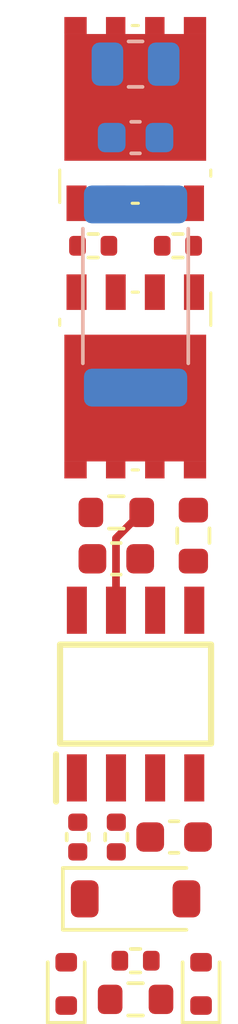
<source format=kicad_pcb>
(kicad_pcb (version 20241229) (generator "pcbnew") (generator_version "9.0")
  (layers (0 "F.Cu" signal) (2 "B.Cu" signal) (13 "F.Paste" user) (15 "B.Paste" user) (5 "F.SilkS" user "F.Silkscreen") (7 "B.SilkS" user "B.Silkscreen") (1 "F.Mask" user) (3 "B.Mask" user) (25 "Edge.Cuts" user))
  (net 0 "")
  (net 1 "U1.BOOT")
  (net 2 "VPLUS")
  (net 3 "HI_GATE")
  (net 4 "LO_GATE")
  (net 5 "D_BEMF")
  (net 6 "RC_NODE")
  (net 7 "LVG")
  (net 8 "TIM_CHN")
  (net 9 "BEMF")
  (net 10 "HVG")
  (net 11 "GND")
  (net 12 "V3V3")
  (net 13 "TIM_CHP")
  (net 14 "VCC")
  (net 15 "VSHUNTP")
  (net 16 "GPIO_BEMF")
  (net 17 "PHASEOUT")
  (footprint "C_0603_1608Metric:C_0603_1608Metric" (layer "F.Cu") (at 161.125 115.625)
    (property "Reference" "C5" (hide yes))
    (property "Value" "470nF 16V" (hide yes))
    (fp_line (start -0.14058 -0.51) (end 0.14058 -0.51) (stroke (width 0.12)) (layer "F.SilkS"))
    (fp_line (start -0.14058 0.51) (end 0.14058 0.51) (stroke (width 0.12)) (layer "F.SilkS"))
    (pad "1" smd roundrect (at -0.775 0) (size 0.9 0.95) (layers "F.Cu" "F.Mask" "F.Paste") (net 14 "VCC"))
    (pad "2" smd roundrect (at 0.775 0) (size 0.9 0.95) (layers "F.Cu" "F.Mask" "F.Paste") (net 11 "GND"))
  )
  (footprint "C_0402_1005Metric:C_0402_1005Metric" (layer "F.Cu") (at 159.25 115.625 -90)
    (property "Reference" "C3" (hide yes))
    (property "Value" "100pF 10V" (hide yes))
    (fp_line (start -0.107836 0.36) (end 0.107836 0.36) (stroke (width 0.12)) (layer "F.SilkS"))
    (fp_line (start -0.107836 -0.36) (end 0.107836 -0.36) (stroke (width 0.12)) (layer "F.SilkS"))
    (pad "1" smd roundrect (at -0.48 0 270) (size 0.56 0.62) (layers "F.Cu" "F.Mask" "F.Paste") (net 13 "TIM_CHP"))
    (pad "2" smd roundrect (at 0.48 0 270) (size 0.56 0.62) (layers "F.Cu" "F.Mask" "F.Paste") (net 11 "GND"))
  )
  (footprint "R_0402_1005Metric:R_0402_1005Metric" (layer "F.Cu") (at 161.25 96.5 180)
    (property "Reference" "R5" (hide yes))
    (property "Value" "10k" (hide yes))
    (fp_line (start -0.153641 0.38) (end 0.153641 0.38) (stroke (width 0.12)) (layer "F.SilkS"))
    (fp_line (start -0.153641 -0.38) (end 0.153641 -0.38) (stroke (width 0.12)) (layer "F.SilkS"))
    (pad "1" smd roundrect (at -0.51 0 180) (size 0.54 0.64) (layers "F.Cu" "F.Mask" "F.Paste") (net 4 "LO_GATE"))
    (pad "2" smd roundrect (at 0.51 0 180) (size 0.54 0.64) (layers "F.Cu" "F.Mask" "F.Paste") (net 15 "VSHUNTP"))
  )
  (footprint "SOIC127P600X175-8N:SOIC127P600X175-8N" (layer "F.Cu") (at 159.875 111 90)
    (property "Reference" "U3" (hide yes))
    (property "Value" "L6387ED" (hide yes))
    (fp_line (start -3.475 -2.58) (end -1.95 -2.58) (stroke (width 0.2)) (layer "F.SilkS"))
    (fp_line (start 1.6 -2.45) (end 1.6 2.45) (stroke (width 0.2)) (layer "F.SilkS"))
    (fp_line (start -1.6 -2.45) (end 1.6 -2.45) (stroke (width 0.2)) (layer "F.SilkS"))
    (fp_line (start 1.6 2.45) (end -1.6 2.45) (stroke (width 0.2)) (layer "F.SilkS"))
    (fp_line (start -1.6 2.45) (end -1.6 -2.45) (stroke (width 0.2)) (layer "F.SilkS"))
    (pad "1" smd rect (at -2.712 -1.905 180) (size 0.65 1.525) (layers "F.Cu" "F.Mask" "F.Paste") (net 8 "TIM_CHN"))
    (pad "2" smd rect (at -2.712 -0.635 180) (size 0.65 1.525) (layers "F.Cu" "F.Mask" "F.Paste") (net 13 "TIM_CHP"))
    (pad "3" smd rect (at -2.712 0.635 180) (size 0.65 1.525) (layers "F.Cu" "F.Mask" "F.Paste") (net 14 "VCC"))
    (pad "4" smd rect (at -2.712 1.905 180) (size 0.65 1.525) (layers "F.Cu" "F.Mask" "F.Paste") (net 11 "GND"))
    (pad "5" smd rect (at 2.712 1.905 180) (size 0.65 1.525) (layers "F.Cu" "F.Mask" "F.Paste") (net 7 "LVG"))
    (pad "6" smd rect (at 2.712 0.635 180) (size 0.65 1.525) (layers "F.Cu" "F.Mask" "F.Paste") (net 17 "PHASEOUT"))
    (pad "7" smd rect (at 2.712 -0.635 180) (size 0.65 1.525) (layers "F.Cu" "F.Mask" "F.Paste") (net 10 "HVG"))
    (pad "8" smd rect (at 2.712 -1.905 180) (size 0.65 1.525) (layers "F.Cu" "F.Mask" "F.Paste") (net 1 "U1.BOOT"))
  )
  (footprint "C_0603_1608Metric:C_0603_1608Metric" (layer "F.Cu") (at 159.25 106.625)
    (property "Reference" "C2" (hide yes))
    (property "Value" "1uF 25V" (hide yes))
    (fp_line (start -0.14058 -0.51) (end 0.14058 -0.51) (stroke (width 0.12)) (layer "F.SilkS"))
    (fp_line (start -0.14058 0.51) (end 0.14058 0.51) (stroke (width 0.12)) (layer "F.SilkS"))
    (pad "1" smd roundrect (at -0.775 0) (size 0.9 0.95) (layers "F.Cu" "F.Mask" "F.Paste") (net 1 "U1.BOOT"))
    (pad "2" smd roundrect (at 0.775 0) (size 0.9 0.95) (layers "F.Cu" "F.Mask" "F.Paste") (net 17 "PHASEOUT"))
  )
  (footprint "STL140N6F7:STL140N6F7" (layer "F.Cu") (at 159.865 92.25)
    (property "Reference" "U2" (hide yes))
    (property "Value" "STL180N6F7" (hide yes))
    (fp_line (start -2.45 1.8) (end -2.45 2.85) (stroke (width 0.1)) (layer "F.SilkS"))
    (fp_line (start -0.1 -2.875) (end 0.1 -2.875) (stroke (width 0.1)) (layer "F.SilkS"))
    (fp_line (start -0.1 2.875) (end 0.1 2.875) (stroke (width 0.1)) (layer "F.SilkS"))
    (fp_line (start 2.45 1.8) (end 2.45 2) (stroke (width 0.1)) (layer "F.SilkS"))
    (pad "1" smd rect (at -1.905 2.875) (size 0.65 1.15) (layers "F.Cu" "F.Mask" "F.Paste") (net 15 "VSHUNTP"))
    (pad "2" smd rect (at -0.635 2.875) (size 0.65 1.15) (layers "F.Cu" "F.Mask" "F.Paste") (net 15 "VSHUNTP"))
    (pad "3" smd rect (at 0.635 2.875) (size 0.65 1.15) (layers "F.Cu" "F.Mask" "F.Paste") (net 15 "VSHUNTP"))
    (pad "4" smd rect (at 1.905 2.875) (size 0.65 1.15) (layers "F.Cu" "F.Mask" "F.Paste") (net 4 "LO_GATE"))
    (pad "5" smd rect (at 1.938 -2.875 90) (size 0.55 0.725) (layers "F.Cu" "F.Mask" "F.Paste") (net 17 "PHASEOUT"))
    (pad "6" smd rect (at 0.635 -2.875 90) (size 0.55 0.63) (layers "F.Cu" "F.Mask" "F.Paste") (net 17 "PHASEOUT"))
    (pad "7" smd rect (at -0.635 -2.875 90) (size 0.55 0.63) (layers "F.Cu" "F.Mask" "F.Paste") (net 17 "PHASEOUT"))
    (pad "8" smd rect (at -1.938 -2.875 90) (size 0.55 0.725) (layers "F.Cu" "F.Mask" "F.Paste") (net 17 "PHASEOUT"))
    (pad "9" smd rect (at 0 -0.55 90) (size 4.1 4.6) (layers "F.Cu" "F.Mask" "F.Paste") (net 17 "PHASEOUT"))
  )
  (footprint "D_SOD-523:D_SOD-523" (layer "F.Cu") (at 157.625 120.375 90)
    (property "Reference" "D2" (hide yes))
    (property "Value" "BAT30KFILM" (hide yes))
    (fp_line (start 0.7 -0.6) (end -1.26 -0.6) (stroke (width 0.12)) (layer "F.SilkS"))
    (fp_line (start -1.26 -0.6) (end -1.26 0.6) (stroke (width 0.12)) (layer "F.SilkS"))
    (fp_line (start 0.7 0.6) (end -1.26 0.6) (stroke (width 0.12)) (layer "F.SilkS"))
    (pad "1" smd roundrect (at -0.7 0 270) (size 0.6 0.7) (layers "F.Cu" "F.Mask" "F.Paste") (net 12 "V3V3"))
    (pad "2" smd roundrect (at 0.7 0 270) (size 0.6 0.7) (layers "F.Cu" "F.Mask" "F.Paste") (net 9 "BEMF"))
  )
  (footprint "R_0603_1608Metric:R_0603_1608Metric" (layer "F.Cu") (at 159.25 105.125 180)
    (property "Reference" "R2" (hide yes))
    (property "Value" "33" (hide yes))
    (fp_line (start -0.237258 0.5225) (end 0.237258 0.5225) (stroke (width 0.12)) (layer "F.SilkS"))
    (fp_line (start -0.237258 -0.5225) (end 0.237258 -0.5225) (stroke (width 0.12)) (layer "F.SilkS"))
    (pad "1" smd roundrect (at -0.825 0 180) (size 0.8 0.95) (layers "F.Cu" "F.Mask" "F.Paste") (net 10 "HVG"))
    (pad "2" smd roundrect (at 0.825 0 180) (size 0.8 0.95) (layers "F.Cu" "F.Mask" "F.Paste") (net 3 "HI_GATE"))
  )
  (footprint "R_0402_1005Metric:R_0402_1005Metric" (layer "F.Cu") (at 158.5 96.5)
    (property "Reference" "R3" (hide yes))
    (property "Value" "10k" (hide yes))
    (fp_line (start -0.153641 -0.38) (end 0.153641 -0.38) (stroke (width 0.12)) (layer "F.SilkS"))
    (fp_line (start -0.153641 0.38) (end 0.153641 0.38) (stroke (width 0.12)) (layer "F.SilkS"))
    (pad "1" smd roundrect (at -0.51 0) (size 0.54 0.64) (layers "F.Cu" "F.Mask" "F.Paste") (net 3 "HI_GATE"))
    (pad "2" smd roundrect (at 0.51 0) (size 0.54 0.64) (layers "F.Cu" "F.Mask" "F.Paste") (net 17 "PHASEOUT"))
  )
  (footprint "STL140N6F7:STL140N6F7" (layer "F.Cu") (at 159.865 100.875 180)
    (property "Reference" "U1" (hide yes))
    (property "Value" "STL180N6F7" (hide yes))
    (fp_line (start 2.45 1.8) (end 2.45 2) (stroke (width 0.1)) (layer "F.SilkS"))
    (fp_line (start -0.1 2.875) (end 0.1 2.875) (stroke (width 0.1)) (layer "F.SilkS"))
    (fp_line (start -0.1 -2.875) (end 0.1 -2.875) (stroke (width 0.1)) (layer "F.SilkS"))
    (fp_line (start -2.45 1.8) (end -2.45 2.85) (stroke (width 0.1)) (layer "F.SilkS"))
    (pad "1" smd rect (at -1.905 2.875 180) (size 0.65 1.15) (layers "F.Cu" "F.Mask" "F.Paste") (net 17 "PHASEOUT"))
    (pad "2" smd rect (at -0.635 2.875 180) (size 0.65 1.15) (layers "F.Cu" "F.Mask" "F.Paste") (net 17 "PHASEOUT"))
    (pad "3" smd rect (at 0.635 2.875 180) (size 0.65 1.15) (layers "F.Cu" "F.Mask" "F.Paste") (net 17 "PHASEOUT"))
    (pad "4" smd rect (at 1.905 2.875 180) (size 0.65 1.15) (layers "F.Cu" "F.Mask" "F.Paste") (net 3 "HI_GATE"))
    (pad "5" smd rect (at 1.938 -2.875 270) (size 0.55 0.725) (layers "F.Cu" "F.Mask" "F.Paste") (net 2 "VPLUS"))
    (pad "6" smd rect (at 0.635 -2.875 270) (size 0.55 0.63) (layers "F.Cu" "F.Mask" "F.Paste") (net 2 "VPLUS"))
    (pad "7" smd rect (at -0.635 -2.875 270) (size 0.55 0.63) (layers "F.Cu" "F.Mask" "F.Paste") (net 2 "VPLUS"))
    (pad "8" smd rect (at -1.938 -2.875 270) (size 0.55 0.725) (layers "F.Cu" "F.Mask" "F.Paste") (net 2 "VPLUS"))
    (pad "9" smd rect (at 0 -0.55 270) (size 4.1 4.6) (layers "F.Cu" "F.Mask" "F.Paste") (net 2 "VPLUS"))
  )
  (footprint "C_0402_1005Metric:C_0402_1005Metric" (layer "F.Cu") (at 158 115.625 -90)
    (property "Reference" "C4" (hide yes))
    (property "Value" "100pF 10V" (hide yes))
    (fp_line (start -0.107836 0.36) (end 0.107836 0.36) (stroke (width 0.12)) (layer "F.SilkS"))
    (fp_line (start -0.107836 -0.36) (end 0.107836 -0.36) (stroke (width 0.12)) (layer "F.SilkS"))
    (pad "1" smd roundrect (at -0.48 0 270) (size 0.56 0.62) (layers "F.Cu" "F.Mask" "F.Paste") (net 8 "TIM_CHN"))
    (pad "2" smd roundrect (at 0.48 0 270) (size 0.56 0.62) (layers "F.Cu" "F.Mask" "F.Paste") (net 11 "GND"))
  )
  (footprint "D_SOD-123:D_SOD-123" (layer "F.Cu") (at 159.875 117.625)
    (property "Reference" "D3" (hide yes))
    (property "Value" "STPS0560Z" (hide yes))
    (fp_line (start -2.36 -1) (end -2.36 1) (stroke (width 0.12)) (layer "F.SilkS"))
    (fp_line (start -2.36 -1) (end 1.65 -1) (stroke (width 0.12)) (layer "F.SilkS"))
    (fp_line (start -2.36 1) (end 1.65 1) (stroke (width 0.12)) (layer "F.SilkS"))
    (pad "1" smd roundrect (at -1.65 0) (size 0.9 1.2) (layers "F.Cu" "F.Mask" "F.Paste") (net 1 "U1.BOOT"))
    (pad "2" smd roundrect (at 1.65 0) (size 0.9 1.2) (layers "F.Cu" "F.Mask" "F.Paste") (net 14 "VCC"))
  )
  (footprint "D_SOD-523:D_SOD-523" (layer "F.Cu") (at 162 120.375 90)
    (property "Reference" "D1" (hide yes))
    (property "Value" "BAT30KFILM" (hide yes))
    (fp_line (start 0.7 -0.6) (end -1.26 -0.6) (stroke (width 0.12)) (layer "F.SilkS"))
    (fp_line (start -1.26 -0.6) (end -1.26 0.6) (stroke (width 0.12)) (layer "F.SilkS"))
    (fp_line (start 0.7 0.6) (end -1.26 0.6) (stroke (width 0.12)) (layer "F.SilkS"))
    (pad "1" smd roundrect (at -0.7 0 270) (size 0.6 0.7) (layers "F.Cu" "F.Mask" "F.Paste") (net 16 "GPIO_BEMF"))
    (pad "2" smd roundrect (at 0.7 0 270) (size 0.6 0.7) (layers "F.Cu" "F.Mask" "F.Paste") (net 5 "D_BEMF"))
  )
  (footprint "R_0402_1005Metric:R_0402_1005Metric" (layer "F.Cu") (at 159.875 119.625 180)
    (property "Reference" "R1" (hide yes))
    (property "Value" "2.2k" (hide yes))
    (fp_line (start -0.153641 0.38) (end 0.153641 0.38) (stroke (width 0.12)) (layer "F.SilkS"))
    (fp_line (start -0.153641 -0.38) (end 0.153641 -0.38) (stroke (width 0.12)) (layer "F.SilkS"))
    (pad "1" smd roundrect (at -0.51 0 180) (size 0.54 0.64) (layers "F.Cu" "F.Mask" "F.Paste") (net 5 "D_BEMF"))
    (pad "2" smd roundrect (at 0.51 0 180) (size 0.54 0.64) (layers "F.Cu" "F.Mask" "F.Paste") (net 9 "BEMF"))
  )
  (footprint "R_0603_1608Metric:R_0603_1608Metric" (layer "F.Cu") (at 159.875 120.875 180)
    (property "Reference" "R6" (hide yes))
    (property "Value" "10k" (hide yes))
    (fp_line (start -0.237258 0.5225) (end 0.237258 0.5225) (stroke (width 0.12)) (layer "F.SilkS"))
    (fp_line (start -0.237258 -0.5225) (end 0.237258 -0.5225) (stroke (width 0.12)) (layer "F.SilkS"))
    (pad "1" smd roundrect (at -0.825 0 180) (size 0.8 0.95) (layers "F.Cu" "F.Mask" "F.Paste") (net 17 "PHASEOUT"))
    (pad "2" smd roundrect (at 0.825 0 180) (size 0.8 0.95) (layers "F.Cu" "F.Mask" "F.Paste") (net 9 "BEMF"))
  )
  (footprint "R_0603_1608Metric:R_0603_1608Metric" (layer "F.Cu") (at 161.75 105.875 90)
    (property "Reference" "R4" (hide yes))
    (property "Value" "33" (hide yes))
    (fp_line (start -0.237258 -0.5225) (end 0.237258 -0.5225) (stroke (width 0.12)) (layer "F.SilkS"))
    (fp_line (start -0.237258 0.5225) (end 0.237258 0.5225) (stroke (width 0.12)) (layer "F.SilkS"))
    (pad "1" smd roundrect (at -0.825 0 90) (size 0.8 0.95) (layers "F.Cu" "F.Mask" "F.Paste") (net 7 "LVG"))
    (pad "2" smd roundrect (at 0.825 0 90) (size 0.8 0.95) (layers "F.Cu" "F.Mask" "F.Paste") (net 4 "LO_GATE"))
  )
  (footprint "R_0805_2012Metric:R_0805_2012Metric" (layer "B.Cu") (at 159.875 90.625)
    (property "Reference" "R7" (hide yes))
    (property "Value" "1" (hide yes))
    (fp_line (start -0.227064 -0.735) (end 0.227064 -0.735) (stroke (width 0.12)) (layer "B.SilkS"))
    (fp_line (start -0.227064 0.735) (end 0.227064 0.735) (stroke (width 0.12)) (layer "B.SilkS"))
    (pad "1" smd roundrect (at -0.9125 0) (size 1.025 1.4) (layers "B.Cu" "B.Mask" "B.Paste") (roundrect_rratio 0.243902) (net 17 "PHASEOUT"))
    (pad "2" smd roundrect (at 0.9125 0) (size 1.025 1.4) (layers "B.Cu" "B.Mask" "B.Paste") (roundrect_rratio 0.243902) (net 6 "RC_NODE"))
  )
  (footprint "C_0603_1608Metric:C_0603_1608Metric" (layer "B.Cu") (at 159.875 93 180)
    (property "Reference" "C1" (hide yes))
    (property "Value" "1nF 100V" (hide yes))
    (fp_line (start -0.14058 0.51) (end 0.14058 0.51) (stroke (width 0.12)) (layer "B.SilkS"))
    (fp_line (start -0.14058 -0.51) (end 0.14058 -0.51) (stroke (width 0.12)) (layer "B.SilkS"))
    (pad "1" smd roundrect (at -0.775 0 180) (size 0.9 0.95) (layers "B.Cu" "B.Mask" "B.Paste") (net 6 "RC_NODE"))
    (pad "2" smd roundrect (at 0.775 0 180) (size 0.9 0.95) (layers "B.Cu" "B.Mask" "B.Paste") (net 11 "GND"))
  )
  (footprint "R_2512_6332Metric:R_2512_6332Metric" (layer "B.Cu") (at 159.875 98.125 -90)
    (property "Reference" "R8" (hide yes))
    (property "Value" "3m 1%" (hide yes))
    (fp_line (start -2.177064 1.71) (end 2.177064 1.71) (stroke (width 0.12)) (layer "B.SilkS"))
    (fp_line (start -2.177064 -1.71) (end 2.177064 -1.71) (stroke (width 0.12)) (layer "B.SilkS"))
    (pad "1" smd roundrect (at -2.9625 0 270) (size 1.225 3.35) (layers "B.Cu" "B.Mask" "B.Paste") (roundrect_rratio 0.204082) (net 15 "VSHUNTP"))
    (pad "2" smd roundrect (at 2.9625 0 270) (size 1.225 3.35) (layers "B.Cu" "B.Mask" "B.Paste") (roundrect_rratio 0.204082) (net 11 "GND"))
  )
  (segment (start 159.24 105.96) (end 160.075 105.125) (width 0.25) (layer "F.Cu") (net 10))
  (segment (start 159.24 108.288) (end 159.24 105.96) (width 0.25) (layer "F.Cu") (net 10))
)
</source>
